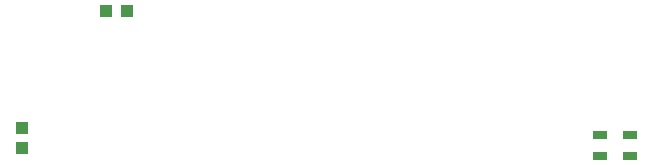
<source format=gbr>
G04 EAGLE Gerber RS-274X export*
G75*
%MOMM*%
%FSLAX34Y34*%
%LPD*%
%INSolderpaste Top*%
%IPPOS*%
%AMOC8*
5,1,8,0,0,1.08239X$1,22.5*%
G01*
%ADD10R,1.000000X1.100000*%
%ADD11R,1.200000X0.800000*%
%ADD12R,1.100000X1.000000*%


D10*
X135010Y304800D03*
X152010Y304800D03*
D11*
X552450Y181500D03*
X552450Y199500D03*
X577850Y181500D03*
X577850Y199500D03*
D12*
X63500Y205350D03*
X63500Y188350D03*
M02*

</source>
